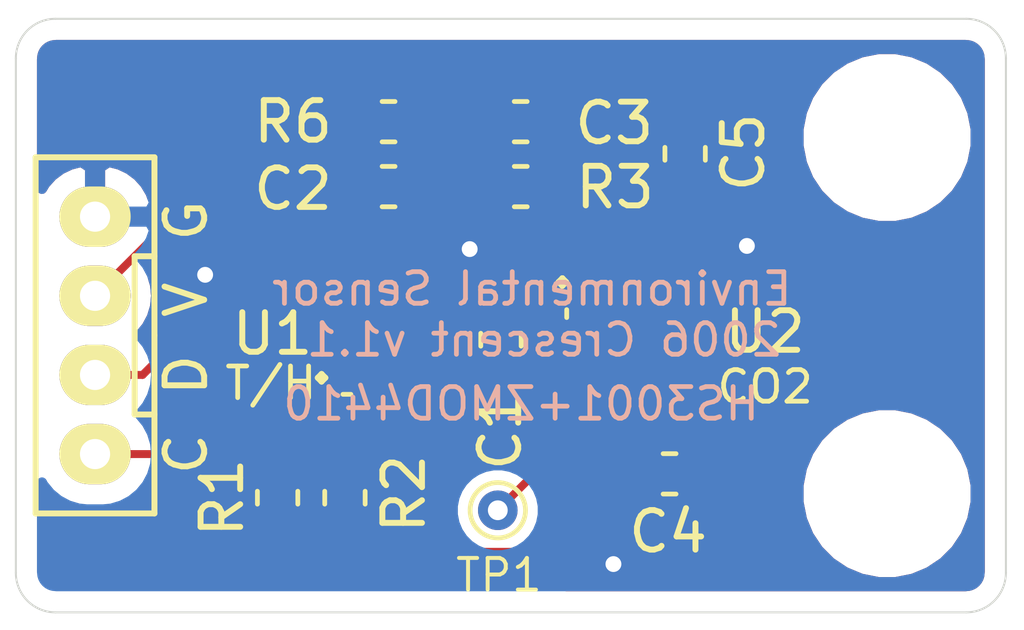
<source format=kicad_pcb>
(kicad_pcb (version 20171130) (host pcbnew "(5.1.2)-1")

  (general
    (thickness 1.6)
    (drawings 14)
    (tracks 120)
    (zones 0)
    (modules 15)
    (nets 9)
  )

  (page A4)
  (title_block
    (title "Environmental Sensor Module")
    (date 2020-06-14)
    (rev v1.0)
    (company Crescent)
  )

  (layers
    (0 F.Cu signal)
    (31 B.Cu signal)
    (32 B.Adhes user)
    (33 F.Adhes user)
    (34 B.Paste user)
    (35 F.Paste user)
    (36 B.SilkS user)
    (37 F.SilkS user)
    (38 B.Mask user)
    (39 F.Mask user)
    (40 Dwgs.User user)
    (41 Cmts.User user)
    (42 Eco1.User user)
    (43 Eco2.User user)
    (44 Edge.Cuts user)
    (45 Margin user)
    (46 B.CrtYd user)
    (47 F.CrtYd user)
    (48 B.Fab user)
    (49 F.Fab user hide)
  )

  (setup
    (last_trace_width 0.2)
    (trace_clearance 0.15)
    (zone_clearance 0.508)
    (zone_45_only no)
    (trace_min 0.2)
    (via_size 0.8)
    (via_drill 0.4)
    (via_min_size 0.4)
    (via_min_drill 0.3)
    (uvia_size 0.3)
    (uvia_drill 0.1)
    (uvias_allowed no)
    (uvia_min_size 0.2)
    (uvia_min_drill 0.1)
    (edge_width 0.05)
    (segment_width 0.2)
    (pcb_text_width 0.3)
    (pcb_text_size 1.5 1.5)
    (mod_edge_width 0.12)
    (mod_text_size 1 1)
    (mod_text_width 0.15)
    (pad_size 1.524 1.524)
    (pad_drill 0.762)
    (pad_to_mask_clearance 0.051)
    (solder_mask_min_width 0.25)
    (aux_axis_origin 0 0)
    (visible_elements 7FFFFF7F)
    (pcbplotparams
      (layerselection 0x010fc_ffffffff)
      (usegerberextensions true)
      (usegerberattributes false)
      (usegerberadvancedattributes false)
      (creategerberjobfile false)
      (excludeedgelayer true)
      (linewidth 0.100000)
      (plotframeref false)
      (viasonmask false)
      (mode 1)
      (useauxorigin false)
      (hpglpennumber 1)
      (hpglpenspeed 20)
      (hpglpendiameter 15.000000)
      (psnegative false)
      (psa4output false)
      (plotreference true)
      (plotvalue true)
      (plotinvisibletext false)
      (padsonsilk false)
      (subtractmaskfromsilk true)
      (outputformat 1)
      (mirror false)
      (drillshape 0)
      (scaleselection 1)
      (outputdirectory "GERBER/"))
  )

  (net 0 "")
  (net 1 /GND)
  (net 2 "Net-(C3-Pad1)")
  (net 3 +3V3)
  (net 4 "Net-(TP1-Pad1)")
  (net 5 /SCL)
  (net 6 /SDA)
  (net 7 "Net-(C1-Pad1)")
  (net 8 "Net-(J1-Pad3)")

  (net_class Default "これはデフォルトのネット クラスです。"
    (clearance 0.15)
    (trace_width 0.2)
    (via_dia 0.8)
    (via_drill 0.4)
    (uvia_dia 0.3)
    (uvia_drill 0.1)
    (add_net +3V3)
    (add_net /GND)
    (add_net /SCL)
    (add_net /SDA)
    (add_net "Net-(C1-Pad1)")
    (add_net "Net-(C3-Pad1)")
    (add_net "Net-(J1-Pad3)")
    (add_net "Net-(TP1-Pad1)")
  )

  (module idt_sensor:ZMOD4410 (layer F.Cu) (tedit 5EE4F422) (tstamp 5EAA2A37)
    (at 165.71 107.95 270)
    (path /5EAA04A0)
    (fp_text reference U2 (at -0.04 -3.21) (layer F.SilkS)
      (effects (font (size 1 1) (thickness 0.15)))
    )
    (fp_text value ZMOD4410 (at 0 -2.6 270) (layer F.Fab)
      (effects (font (size 1 1) (thickness 0.15)))
    )
    (fp_line (start -0.6 1.8) (end -0.4 1.8) (layer F.SilkS) (width 0.12))
    (pad 12 smd rect (at -1.3 1 180) (size 0.25 0.5) (layers F.Cu F.Paste F.Mask)
      (net 3 +3V3))
    (pad 11 smd rect (at -1.3 0 180) (size 0.25 0.5) (layers F.Cu F.Paste F.Mask)
      (net 2 "Net-(C3-Pad1)"))
    (pad 10 smd rect (at -1.3 -1 180) (size 0.25 0.5) (layers F.Cu F.Paste F.Mask)
      (net 3 +3V3))
    (pad 9 smd rect (at -0.5 -1.3 90) (size 0.25 0.5) (layers F.Cu F.Paste F.Mask)
      (net 1 /GND))
    (pad 8 smd rect (at 0 -1.3 90) (size 0.25 0.5) (layers F.Cu F.Paste F.Mask))
    (pad 7 smd rect (at 0.5 -1.3 90) (size 0.25 0.5) (layers F.Cu F.Paste F.Mask)
      (net 1 /GND))
    (pad 6 smd rect (at 1.3 -1) (size 0.25 0.5) (layers F.Cu F.Paste F.Mask)
      (net 1 /GND))
    (pad 5 smd rect (at 1.3 0) (size 0.25 0.5) (layers F.Cu F.Paste F.Mask)
      (net 3 +3V3))
    (pad 4 smd rect (at 1.3 1) (size 0.25 0.5) (layers F.Cu F.Paste F.Mask))
    (pad 3 smd rect (at 0.5 1.3 270) (size 0.25 0.5) (layers F.Cu F.Paste F.Mask)
      (net 4 "Net-(TP1-Pad1)"))
    (pad 2 smd rect (at 0 1.3 270) (size 0.25 0.5) (layers F.Cu F.Paste F.Mask)
      (net 6 /SDA))
    (pad 1 smd rect (at -0.5 1.3 270) (size 0.25 0.5) (layers F.Cu F.Paste F.Mask)
      (net 5 /SCL))
  )

  (module Resistor_SMD:R_0603_1608Metric (layer F.Cu) (tedit 5B301BBD) (tstamp 5EAA4421)
    (at 159.412 102.6)
    (descr "Resistor SMD 0603 (1608 Metric), square (rectangular) end terminal, IPC_7351 nominal, (Body size source: http://www.tortai-tech.com/upload/download/2011102023233369053.pdf), generated with kicad-footprint-generator")
    (tags resistor)
    (path /5EB71D79)
    (attr smd)
    (fp_text reference R6 (at -2.4125 0) (layer F.SilkS)
      (effects (font (size 1 1) (thickness 0.15)))
    )
    (fp_text value 10 (at 0 1.43) (layer F.Fab)
      (effects (font (size 1 1) (thickness 0.15)))
    )
    (fp_text user %R (at 0 0) (layer F.Fab)
      (effects (font (size 0.4 0.4) (thickness 0.06)))
    )
    (fp_line (start 1.48 0.73) (end -1.48 0.73) (layer F.CrtYd) (width 0.05))
    (fp_line (start 1.48 -0.73) (end 1.48 0.73) (layer F.CrtYd) (width 0.05))
    (fp_line (start -1.48 -0.73) (end 1.48 -0.73) (layer F.CrtYd) (width 0.05))
    (fp_line (start -1.48 0.73) (end -1.48 -0.73) (layer F.CrtYd) (width 0.05))
    (fp_line (start -0.162779 0.51) (end 0.162779 0.51) (layer F.SilkS) (width 0.12))
    (fp_line (start -0.162779 -0.51) (end 0.162779 -0.51) (layer F.SilkS) (width 0.12))
    (fp_line (start 0.8 0.4) (end -0.8 0.4) (layer F.Fab) (width 0.1))
    (fp_line (start 0.8 -0.4) (end 0.8 0.4) (layer F.Fab) (width 0.1))
    (fp_line (start -0.8 -0.4) (end 0.8 -0.4) (layer F.Fab) (width 0.1))
    (fp_line (start -0.8 0.4) (end -0.8 -0.4) (layer F.Fab) (width 0.1))
    (pad 2 smd roundrect (at 0.7875 0) (size 0.875 0.95) (layers F.Cu F.Paste F.Mask) (roundrect_rratio 0.25)
      (net 3 +3V3))
    (pad 1 smd roundrect (at -0.7875 0) (size 0.875 0.95) (layers F.Cu F.Paste F.Mask) (roundrect_rratio 0.25)
      (net 8 "Net-(J1-Pad3)"))
    (model ${KISYS3DMOD}/Resistor_SMD.3dshapes/R_0603_1608Metric.wrl
      (at (xyz 0 0 0))
      (scale (xyz 1 1 1))
      (rotate (xyz 0 0 0))
    )
  )

  (module Resistor_SMD:R_0603_1608Metric (layer F.Cu) (tedit 5B301BBD) (tstamp 5EAA35D2)
    (at 158.31 112.102 90)
    (descr "Resistor SMD 0603 (1608 Metric), square (rectangular) end terminal, IPC_7351 nominal, (Body size source: http://www.tortai-tech.com/upload/download/2011102023233369053.pdf), generated with kicad-footprint-generator")
    (tags resistor)
    (path /5EB40F6F)
    (attr smd)
    (fp_text reference R2 (at 0.102 1.49 90) (layer F.SilkS)
      (effects (font (size 1 1) (thickness 0.15)))
    )
    (fp_text value 4.7k (at 0 1.43 90) (layer F.Fab)
      (effects (font (size 1 1) (thickness 0.15)))
    )
    (fp_text user %R (at 0 0 90) (layer F.Fab)
      (effects (font (size 0.4 0.4) (thickness 0.06)))
    )
    (fp_line (start 1.48 0.73) (end -1.48 0.73) (layer F.CrtYd) (width 0.05))
    (fp_line (start 1.48 -0.73) (end 1.48 0.73) (layer F.CrtYd) (width 0.05))
    (fp_line (start -1.48 -0.73) (end 1.48 -0.73) (layer F.CrtYd) (width 0.05))
    (fp_line (start -1.48 0.73) (end -1.48 -0.73) (layer F.CrtYd) (width 0.05))
    (fp_line (start -0.162779 0.51) (end 0.162779 0.51) (layer F.SilkS) (width 0.12))
    (fp_line (start -0.162779 -0.51) (end 0.162779 -0.51) (layer F.SilkS) (width 0.12))
    (fp_line (start 0.8 0.4) (end -0.8 0.4) (layer F.Fab) (width 0.1))
    (fp_line (start 0.8 -0.4) (end 0.8 0.4) (layer F.Fab) (width 0.1))
    (fp_line (start -0.8 -0.4) (end 0.8 -0.4) (layer F.Fab) (width 0.1))
    (fp_line (start -0.8 0.4) (end -0.8 -0.4) (layer F.Fab) (width 0.1))
    (pad 2 smd roundrect (at 0.7875 0 90) (size 0.875 0.95) (layers F.Cu F.Paste F.Mask) (roundrect_rratio 0.25)
      (net 6 /SDA))
    (pad 1 smd roundrect (at -0.7875 0 90) (size 0.875 0.95) (layers F.Cu F.Paste F.Mask) (roundrect_rratio 0.25)
      (net 3 +3V3))
    (model ${KISYS3DMOD}/Resistor_SMD.3dshapes/R_0603_1608Metric.wrl
      (at (xyz 0 0 0))
      (scale (xyz 1 1 1))
      (rotate (xyz 0 0 0))
    )
  )

  (module Resistor_SMD:R_0603_1608Metric (layer F.Cu) (tedit 5B301BBD) (tstamp 5EAA35C1)
    (at 156.61 112.102 90)
    (descr "Resistor SMD 0603 (1608 Metric), square (rectangular) end terminal, IPC_7351 nominal, (Body size source: http://www.tortai-tech.com/upload/download/2011102023233369053.pdf), generated with kicad-footprint-generator")
    (tags resistor)
    (path /5EB40F68)
    (attr smd)
    (fp_text reference R1 (at 0.002 -1.4 90) (layer F.SilkS)
      (effects (font (size 1 1) (thickness 0.15)))
    )
    (fp_text value 4.7k (at 0 1.43 90) (layer F.Fab)
      (effects (font (size 1 1) (thickness 0.15)))
    )
    (fp_text user %R (at 0 0 90) (layer F.Fab)
      (effects (font (size 0.4 0.4) (thickness 0.06)))
    )
    (fp_line (start 1.48 0.73) (end -1.48 0.73) (layer F.CrtYd) (width 0.05))
    (fp_line (start 1.48 -0.73) (end 1.48 0.73) (layer F.CrtYd) (width 0.05))
    (fp_line (start -1.48 -0.73) (end 1.48 -0.73) (layer F.CrtYd) (width 0.05))
    (fp_line (start -1.48 0.73) (end -1.48 -0.73) (layer F.CrtYd) (width 0.05))
    (fp_line (start -0.162779 0.51) (end 0.162779 0.51) (layer F.SilkS) (width 0.12))
    (fp_line (start -0.162779 -0.51) (end 0.162779 -0.51) (layer F.SilkS) (width 0.12))
    (fp_line (start 0.8 0.4) (end -0.8 0.4) (layer F.Fab) (width 0.1))
    (fp_line (start 0.8 -0.4) (end 0.8 0.4) (layer F.Fab) (width 0.1))
    (fp_line (start -0.8 -0.4) (end 0.8 -0.4) (layer F.Fab) (width 0.1))
    (fp_line (start -0.8 0.4) (end -0.8 -0.4) (layer F.Fab) (width 0.1))
    (pad 2 smd roundrect (at 0.7875 0 90) (size 0.875 0.95) (layers F.Cu F.Paste F.Mask) (roundrect_rratio 0.25)
      (net 5 /SCL))
    (pad 1 smd roundrect (at -0.7875 0 90) (size 0.875 0.95) (layers F.Cu F.Paste F.Mask) (roundrect_rratio 0.25)
      (net 3 +3V3))
    (model ${KISYS3DMOD}/Resistor_SMD.3dshapes/R_0603_1608Metric.wrl
      (at (xyz 0 0 0))
      (scale (xyz 1 1 1))
      (rotate (xyz 0 0 0))
    )
  )

  (module MountingHole:MountingHole_3.2mm_M3 locked (layer F.Cu) (tedit 5EAA28B0) (tstamp 5EAA2CAA)
    (at 172 112)
    (descr "Mounting Hole 3.2mm, no annular, M3")
    (tags "mounting hole 3.2mm no annular m3")
    (attr virtual)
    (fp_text reference REF2 (at 6 0) (layer F.SilkS) hide
      (effects (font (size 1 1) (thickness 0.15)))
    )
    (fp_text value MountingHole_3.2mm_M3 (at 0 4.2) (layer F.Fab)
      (effects (font (size 1 1) (thickness 0.15)))
    )
    (fp_text user %R (at 0.3 0) (layer F.Fab)
      (effects (font (size 1 1) (thickness 0.15)))
    )
    (fp_circle (center 0 0) (end 3.2 0) (layer Cmts.User) (width 0.15))
    (fp_circle (center 0 0) (end 3.45 0) (layer F.CrtYd) (width 0.05))
    (pad "" np_thru_hole circle (at 0 0) (size 3.2 3.2) (drill 3.2) (layers *.Cu))
  )

  (module MountingHole:MountingHole_3.2mm_M3 locked (layer F.Cu) (tedit 5EAA2895) (tstamp 5EAA2CA1)
    (at 172 103)
    (descr "Mounting Hole 3.2mm, no annular, M3")
    (tags "mounting hole 3.2mm no annular m3")
    (attr virtual)
    (fp_text reference REF1 (at 6 0) (layer F.SilkS) hide
      (effects (font (size 1 1) (thickness 0.15)))
    )
    (fp_text value MountingHole_3.2mm_M3 (at 0 4.2) (layer F.Fab)
      (effects (font (size 1 1) (thickness 0.15)))
    )
    (fp_circle (center 0 0) (end 3.45 0) (layer F.CrtYd) (width 0.05))
    (fp_circle (center 0 0) (end 3.2 0) (layer Cmts.User) (width 0.15))
    (fp_text user %R (at 0.3 0) (layer F.Fab)
      (effects (font (size 1 1) (thickness 0.15)))
    )
    (pad "" np_thru_hole circle (at 0 0) (size 3.2 3.2) (drill 3.2) (layers *.Cu))
  )

  (module idt_sensor:HS300X (layer F.Cu) (tedit 5EA9905F) (tstamp 5EAA2A26)
    (at 159.36 107.99)
    (path /5EAA029A)
    (fp_text reference U1 (at -2.88 -0.03 180) (layer F.SilkS)
      (effects (font (size 1 1) (thickness 0.15)))
    )
    (fp_text value HS300X (at 0 -1.9) (layer F.Fab)
      (effects (font (size 1 1) (thickness 0.15)))
    )
    (fp_line (start -1.1 1.5) (end -0.9 1.5) (layer F.SilkS) (width 0.12))
    (pad 6 smd rect (at -1 -1.05) (size 0.25 0.5) (layers F.Cu F.Paste F.Mask)
      (net 1 /GND))
    (pad 5 smd rect (at 0 -1.05) (size 0.25 0.5) (layers F.Cu F.Paste F.Mask))
    (pad 4 smd rect (at 1 -1.05) (size 0.25 0.5) (layers F.Cu F.Paste F.Mask)
      (net 3 +3V3))
    (pad 3 smd rect (at 1 1.05) (size 0.25 0.5) (layers F.Cu F.Paste F.Mask)
      (net 7 "Net-(C1-Pad1)"))
    (pad 2 smd rect (at 0 1.05) (size 0.25 0.5) (layers F.Cu F.Paste F.Mask)
      (net 6 /SDA))
    (pad 1 smd rect (at -1 1.05) (size 0.25 0.5) (layers F.Cu F.Paste F.Mask)
      (net 5 /SCL))
  )

  (module TestPoint:TestPoint_THTPad_D1.0mm_Drill0.5mm (layer F.Cu) (tedit 5A0F774F) (tstamp 5EAA29E1)
    (at 162.17 112.42)
    (descr "THT pad as test Point, diameter 1.0mm, hole diameter 0.5mm")
    (tags "test point THT pad")
    (path /5EAFA78C)
    (attr virtual)
    (fp_text reference TP1 (at 0.03 1.64) (layer F.SilkS)
      (effects (font (size 0.8 0.8) (thickness 0.1)))
    )
    (fp_text value TestPoint (at 0 1.55) (layer F.Fab)
      (effects (font (size 1 1) (thickness 0.15)))
    )
    (fp_circle (center 0 0) (end 0 0.7) (layer F.SilkS) (width 0.12))
    (fp_circle (center 0 0) (end 1 0) (layer F.CrtYd) (width 0.05))
    (fp_text user %R (at 0 -1.45) (layer F.Fab)
      (effects (font (size 1 1) (thickness 0.15)))
    )
    (pad 1 thru_hole circle (at 0 0) (size 1 1) (drill 0.5) (layers *.Cu *.Mask)
      (net 4 "Net-(TP1-Pad1)"))
  )

  (module Resistor_SMD:R_0603_1608Metric (layer F.Cu) (tedit 5EDE340D) (tstamp 5EAA29B7)
    (at 162.75 104.24)
    (descr "Resistor SMD 0603 (1608 Metric), square (rectangular) end terminal, IPC_7351 nominal, (Body size source: http://www.tortai-tech.com/upload/download/2011102023233369053.pdf), generated with kicad-footprint-generator")
    (tags resistor)
    (path /5EAE4E42)
    (attr smd)
    (fp_text reference R3 (at 2.38 0.02) (layer F.SilkS)
      (effects (font (size 1 1) (thickness 0.15)))
    )
    (fp_text value 200k (at 0 1.43) (layer F.Fab)
      (effects (font (size 1 1) (thickness 0.15)))
    )
    (fp_text user %R (at 0 0) (layer F.Fab)
      (effects (font (size 0.4 0.4) (thickness 0.06)))
    )
    (fp_line (start 1.48 0.73) (end -1.48 0.73) (layer F.CrtYd) (width 0.05))
    (fp_line (start 1.48 -0.73) (end 1.48 0.73) (layer F.CrtYd) (width 0.05))
    (fp_line (start -1.48 -0.73) (end 1.48 -0.73) (layer F.CrtYd) (width 0.05))
    (fp_line (start -1.48 0.73) (end -1.48 -0.73) (layer F.CrtYd) (width 0.05))
    (fp_line (start -0.162779 0.51) (end 0.162779 0.51) (layer F.SilkS) (width 0.12))
    (fp_line (start -0.162779 -0.51) (end 0.162779 -0.51) (layer F.SilkS) (width 0.12))
    (fp_line (start 0.8 0.4) (end -0.8 0.4) (layer F.Fab) (width 0.1))
    (fp_line (start 0.8 -0.4) (end 0.8 0.4) (layer F.Fab) (width 0.1))
    (fp_line (start -0.8 -0.4) (end 0.8 -0.4) (layer F.Fab) (width 0.1))
    (fp_line (start -0.8 0.4) (end -0.8 -0.4) (layer F.Fab) (width 0.1))
    (pad 2 smd roundrect (at 0.7875 0) (size 0.875 0.95) (layers F.Cu F.Paste F.Mask) (roundrect_rratio 0.25)
      (net 2 "Net-(C3-Pad1)"))
    (pad 1 smd roundrect (at -0.7875 0) (size 0.875 0.95) (layers F.Cu F.Paste F.Mask) (roundrect_rratio 0.25)
      (net 3 +3V3))
    (model ${KISYS3DMOD}/Resistor_SMD.3dshapes/R_0603_1608Metric.wrl
      (at (xyz 0 0 0))
      (scale (xyz 1 1 1))
      (rotate (xyz 0 0 0))
    )
  )

  (module GroveCon:GROVE (layer F.Cu) (tedit 5A912222) (tstamp 5EAA2973)
    (at 152 111 90)
    (path /5EAA195D)
    (fp_text reference J1 (at -2.5 0 90) (layer F.SilkS) hide
      (effects (font (size 1 1) (thickness 0.15)))
    )
    (fp_text value Conn_01x04 (at 0.5 -3 90) (layer F.Fab)
      (effects (font (size 1 1) (thickness 0.15)))
    )
    (fp_line (start 7.5 1.5) (end 3 1.5) (layer F.SilkS) (width 0.15))
    (fp_line (start 7.5 -1.5) (end 7.5 1.5) (layer F.SilkS) (width 0.15))
    (fp_line (start -1.5 -1.5) (end 7.5 -1.5) (layer F.SilkS) (width 0.15))
    (fp_line (start -1.5 1.5) (end -1.5 -1.5) (layer F.SilkS) (width 0.15))
    (fp_line (start 3 1.5) (end -1.5 1.5) (layer F.SilkS) (width 0.15))
    (fp_line (start 1 1) (end 1 1.5) (layer F.SilkS) (width 0.15))
    (fp_line (start 5 1) (end 1 1) (layer F.SilkS) (width 0.15))
    (fp_line (start 5 1.5) (end 5 1) (layer F.SilkS) (width 0.15))
    (fp_text user G (at 5.9 2.3 90) (layer F.SilkS)
      (effects (font (size 1 1) (thickness 0.15)))
    )
    (fp_text user V (at 3.9 2.3 90) (layer F.SilkS)
      (effects (font (size 1 1) (thickness 0.15)))
    )
    (fp_text user D (at 2 2.3 90) (layer F.SilkS)
      (effects (font (size 1 1) (thickness 0.15)))
    )
    (fp_text user C (at 0 2.3 90) (layer F.SilkS)
      (effects (font (size 1 1) (thickness 0.15)))
    )
    (pad 4 thru_hole oval (at 6 0 90) (size 1.524 1.8) (drill 0.762) (layers *.Cu *.Paste *.Mask F.SilkS)
      (net 1 /GND))
    (pad 3 thru_hole oval (at 4 0 90) (size 1.524 1.8) (drill 0.762) (layers *.Cu *.Paste *.Mask F.SilkS)
      (net 8 "Net-(J1-Pad3)"))
    (pad 2 thru_hole oval (at 2 0 90) (size 1.524 1.8) (drill 0.762) (layers *.Cu *.Paste *.Mask F.SilkS)
      (net 6 /SDA))
    (pad 1 thru_hole oval (at 0 0 90) (size 1.524 1.8) (drill 0.762) (layers *.Cu *.Paste *.Mask F.SilkS)
      (net 5 /SCL))
  )

  (module Capacitor_SMD:C_0603_1608Metric (layer F.Cu) (tedit 5B301BBE) (tstamp 5EAA294E)
    (at 166.9 103.412 90)
    (descr "Capacitor SMD 0603 (1608 Metric), square (rectangular) end terminal, IPC_7351 nominal, (Body size source: http://www.tortai-tech.com/upload/download/2011102023233369053.pdf), generated with kicad-footprint-generator")
    (tags capacitor)
    (path /5EAE1F09)
    (attr smd)
    (fp_text reference C5 (at 0.0375 1.47 90) (layer F.SilkS)
      (effects (font (size 1 1) (thickness 0.15)))
    )
    (fp_text value 0.1u (at 0 1.43 90) (layer F.Fab)
      (effects (font (size 1 1) (thickness 0.15)))
    )
    (fp_text user %R (at 0 0 90) (layer F.Fab)
      (effects (font (size 0.4 0.4) (thickness 0.06)))
    )
    (fp_line (start 1.48 0.73) (end -1.48 0.73) (layer F.CrtYd) (width 0.05))
    (fp_line (start 1.48 -0.73) (end 1.48 0.73) (layer F.CrtYd) (width 0.05))
    (fp_line (start -1.48 -0.73) (end 1.48 -0.73) (layer F.CrtYd) (width 0.05))
    (fp_line (start -1.48 0.73) (end -1.48 -0.73) (layer F.CrtYd) (width 0.05))
    (fp_line (start -0.162779 0.51) (end 0.162779 0.51) (layer F.SilkS) (width 0.12))
    (fp_line (start -0.162779 -0.51) (end 0.162779 -0.51) (layer F.SilkS) (width 0.12))
    (fp_line (start 0.8 0.4) (end -0.8 0.4) (layer F.Fab) (width 0.1))
    (fp_line (start 0.8 -0.4) (end 0.8 0.4) (layer F.Fab) (width 0.1))
    (fp_line (start -0.8 -0.4) (end 0.8 -0.4) (layer F.Fab) (width 0.1))
    (fp_line (start -0.8 0.4) (end -0.8 -0.4) (layer F.Fab) (width 0.1))
    (pad 2 smd roundrect (at 0.7875 0 90) (size 0.875 0.95) (layers F.Cu F.Paste F.Mask) (roundrect_rratio 0.25)
      (net 1 /GND))
    (pad 1 smd roundrect (at -0.7875 0 90) (size 0.875 0.95) (layers F.Cu F.Paste F.Mask) (roundrect_rratio 0.25)
      (net 3 +3V3))
    (model ${KISYS3DMOD}/Capacitor_SMD.3dshapes/C_0603_1608Metric.wrl
      (at (xyz 0 0 0))
      (scale (xyz 1 1 1))
      (rotate (xyz 0 0 0))
    )
  )

  (module Capacitor_SMD:C_0603_1608Metric (layer F.Cu) (tedit 5B301BBE) (tstamp 5EAA293D)
    (at 166.508 111.5)
    (descr "Capacitor SMD 0603 (1608 Metric), square (rectangular) end terminal, IPC_7351 nominal, (Body size source: http://www.tortai-tech.com/upload/download/2011102023233369053.pdf), generated with kicad-footprint-generator")
    (tags capacitor)
    (path /5EADE6A2)
    (attr smd)
    (fp_text reference C4 (at -0.0375 1.46) (layer F.SilkS)
      (effects (font (size 1 1) (thickness 0.15)))
    )
    (fp_text value 0.1u (at 0 1.43) (layer F.Fab)
      (effects (font (size 1 1) (thickness 0.15)))
    )
    (fp_text user %R (at 0 0) (layer F.Fab)
      (effects (font (size 0.4 0.4) (thickness 0.06)))
    )
    (fp_line (start 1.48 0.73) (end -1.48 0.73) (layer F.CrtYd) (width 0.05))
    (fp_line (start 1.48 -0.73) (end 1.48 0.73) (layer F.CrtYd) (width 0.05))
    (fp_line (start -1.48 -0.73) (end 1.48 -0.73) (layer F.CrtYd) (width 0.05))
    (fp_line (start -1.48 0.73) (end -1.48 -0.73) (layer F.CrtYd) (width 0.05))
    (fp_line (start -0.162779 0.51) (end 0.162779 0.51) (layer F.SilkS) (width 0.12))
    (fp_line (start -0.162779 -0.51) (end 0.162779 -0.51) (layer F.SilkS) (width 0.12))
    (fp_line (start 0.8 0.4) (end -0.8 0.4) (layer F.Fab) (width 0.1))
    (fp_line (start 0.8 -0.4) (end 0.8 0.4) (layer F.Fab) (width 0.1))
    (fp_line (start -0.8 -0.4) (end 0.8 -0.4) (layer F.Fab) (width 0.1))
    (fp_line (start -0.8 0.4) (end -0.8 -0.4) (layer F.Fab) (width 0.1))
    (pad 2 smd roundrect (at 0.7875 0) (size 0.875 0.95) (layers F.Cu F.Paste F.Mask) (roundrect_rratio 0.25)
      (net 1 /GND))
    (pad 1 smd roundrect (at -0.7875 0) (size 0.875 0.95) (layers F.Cu F.Paste F.Mask) (roundrect_rratio 0.25)
      (net 3 +3V3))
    (model ${KISYS3DMOD}/Capacitor_SMD.3dshapes/C_0603_1608Metric.wrl
      (at (xyz 0 0 0))
      (scale (xyz 1 1 1))
      (rotate (xyz 0 0 0))
    )
  )

  (module Capacitor_SMD:C_0603_1608Metric (layer F.Cu) (tedit 5EDE340A) (tstamp 5EAA292C)
    (at 162.748 102.6 180)
    (descr "Capacitor SMD 0603 (1608 Metric), square (rectangular) end terminal, IPC_7351 nominal, (Body size source: http://www.tortai-tech.com/upload/download/2011102023233369053.pdf), generated with kicad-footprint-generator")
    (tags capacitor)
    (path /5EAE6414)
    (attr smd)
    (fp_text reference C3 (at -2.362 -0.04) (layer F.SilkS)
      (effects (font (size 1 1) (thickness 0.15)))
    )
    (fp_text value 0.1u (at 0 1.43) (layer F.Fab)
      (effects (font (size 1 1) (thickness 0.15)))
    )
    (fp_text user %R (at 0 0) (layer F.Fab)
      (effects (font (size 0.4 0.4) (thickness 0.06)))
    )
    (fp_line (start 1.48 0.73) (end -1.48 0.73) (layer F.CrtYd) (width 0.05))
    (fp_line (start 1.48 -0.73) (end 1.48 0.73) (layer F.CrtYd) (width 0.05))
    (fp_line (start -1.48 -0.73) (end 1.48 -0.73) (layer F.CrtYd) (width 0.05))
    (fp_line (start -1.48 0.73) (end -1.48 -0.73) (layer F.CrtYd) (width 0.05))
    (fp_line (start -0.162779 0.51) (end 0.162779 0.51) (layer F.SilkS) (width 0.12))
    (fp_line (start -0.162779 -0.51) (end 0.162779 -0.51) (layer F.SilkS) (width 0.12))
    (fp_line (start 0.8 0.4) (end -0.8 0.4) (layer F.Fab) (width 0.1))
    (fp_line (start 0.8 -0.4) (end 0.8 0.4) (layer F.Fab) (width 0.1))
    (fp_line (start -0.8 -0.4) (end 0.8 -0.4) (layer F.Fab) (width 0.1))
    (fp_line (start -0.8 0.4) (end -0.8 -0.4) (layer F.Fab) (width 0.1))
    (pad 2 smd roundrect (at 0.7875 0 180) (size 0.875 0.95) (layers F.Cu F.Paste F.Mask) (roundrect_rratio 0.25)
      (net 1 /GND))
    (pad 1 smd roundrect (at -0.7875 0 180) (size 0.875 0.95) (layers F.Cu F.Paste F.Mask) (roundrect_rratio 0.25)
      (net 2 "Net-(C3-Pad1)"))
    (model ${KISYS3DMOD}/Capacitor_SMD.3dshapes/C_0603_1608Metric.wrl
      (at (xyz 0 0 0))
      (scale (xyz 1 1 1))
      (rotate (xyz 0 0 0))
    )
  )

  (module Capacitor_SMD:C_0603_1608Metric (layer F.Cu) (tedit 5B301BBE) (tstamp 5EDE1E88)
    (at 159.412 104.24 180)
    (descr "Capacitor SMD 0603 (1608 Metric), square (rectangular) end terminal, IPC_7351 nominal, (Body size source: http://www.tortai-tech.com/upload/download/2011102023233369053.pdf), generated with kicad-footprint-generator")
    (tags capacitor)
    (path /5EACCB90)
    (attr smd)
    (fp_text reference C2 (at 2.4125 -0.06) (layer F.SilkS)
      (effects (font (size 1 1) (thickness 0.15)))
    )
    (fp_text value 0.1u (at 0 1.43) (layer F.Fab)
      (effects (font (size 1 1) (thickness 0.15)))
    )
    (fp_text user %R (at 0 0) (layer F.Fab)
      (effects (font (size 0.4 0.4) (thickness 0.06)))
    )
    (fp_line (start 1.48 0.73) (end -1.48 0.73) (layer F.CrtYd) (width 0.05))
    (fp_line (start 1.48 -0.73) (end 1.48 0.73) (layer F.CrtYd) (width 0.05))
    (fp_line (start -1.48 -0.73) (end 1.48 -0.73) (layer F.CrtYd) (width 0.05))
    (fp_line (start -1.48 0.73) (end -1.48 -0.73) (layer F.CrtYd) (width 0.05))
    (fp_line (start -0.162779 0.51) (end 0.162779 0.51) (layer F.SilkS) (width 0.12))
    (fp_line (start -0.162779 -0.51) (end 0.162779 -0.51) (layer F.SilkS) (width 0.12))
    (fp_line (start 0.8 0.4) (end -0.8 0.4) (layer F.Fab) (width 0.1))
    (fp_line (start 0.8 -0.4) (end 0.8 0.4) (layer F.Fab) (width 0.1))
    (fp_line (start -0.8 -0.4) (end 0.8 -0.4) (layer F.Fab) (width 0.1))
    (fp_line (start -0.8 0.4) (end -0.8 -0.4) (layer F.Fab) (width 0.1))
    (pad 2 smd roundrect (at 0.7875 0 180) (size 0.875 0.95) (layers F.Cu F.Paste F.Mask) (roundrect_rratio 0.25)
      (net 1 /GND))
    (pad 1 smd roundrect (at -0.7875 0 180) (size 0.875 0.95) (layers F.Cu F.Paste F.Mask) (roundrect_rratio 0.25)
      (net 3 +3V3))
    (model ${KISYS3DMOD}/Capacitor_SMD.3dshapes/C_0603_1608Metric.wrl
      (at (xyz 0 0 0))
      (scale (xyz 1 1 1))
      (rotate (xyz 0 0 0))
    )
  )

  (module Capacitor_SMD:C_0603_1608Metric (layer F.Cu) (tedit 5B301BBE) (tstamp 5EDE1EB8)
    (at 162.25 108.11 90)
    (descr "Capacitor SMD 0603 (1608 Metric), square (rectangular) end terminal, IPC_7351 nominal, (Body size source: http://www.tortai-tech.com/upload/download/2011102023233369053.pdf), generated with kicad-footprint-generator")
    (tags capacitor)
    (path /5EACA05C)
    (attr smd)
    (fp_text reference C1 (at -2.31 -0.02 90) (layer F.SilkS)
      (effects (font (size 1 1) (thickness 0.15)))
    )
    (fp_text value 0.1u (at 0 1.43 90) (layer F.Fab)
      (effects (font (size 1 1) (thickness 0.15)))
    )
    (fp_text user %R (at 0 0 90) (layer F.Fab)
      (effects (font (size 0.4 0.4) (thickness 0.06)))
    )
    (fp_line (start 1.48 0.73) (end -1.48 0.73) (layer F.CrtYd) (width 0.05))
    (fp_line (start 1.48 -0.73) (end 1.48 0.73) (layer F.CrtYd) (width 0.05))
    (fp_line (start -1.48 -0.73) (end 1.48 -0.73) (layer F.CrtYd) (width 0.05))
    (fp_line (start -1.48 0.73) (end -1.48 -0.73) (layer F.CrtYd) (width 0.05))
    (fp_line (start -0.162779 0.51) (end 0.162779 0.51) (layer F.SilkS) (width 0.12))
    (fp_line (start -0.162779 -0.51) (end 0.162779 -0.51) (layer F.SilkS) (width 0.12))
    (fp_line (start 0.8 0.4) (end -0.8 0.4) (layer F.Fab) (width 0.1))
    (fp_line (start 0.8 -0.4) (end 0.8 0.4) (layer F.Fab) (width 0.1))
    (fp_line (start -0.8 -0.4) (end 0.8 -0.4) (layer F.Fab) (width 0.1))
    (fp_line (start -0.8 0.4) (end -0.8 -0.4) (layer F.Fab) (width 0.1))
    (pad 2 smd roundrect (at 0.7875 0 90) (size 0.875 0.95) (layers F.Cu F.Paste F.Mask) (roundrect_rratio 0.25)
      (net 1 /GND))
    (pad 1 smd roundrect (at -0.7875 0 90) (size 0.875 0.95) (layers F.Cu F.Paste F.Mask) (roundrect_rratio 0.25)
      (net 7 "Net-(C1-Pad1)"))
    (model ${KISYS3DMOD}/Capacitor_SMD.3dshapes/C_0603_1608Metric.wrl
      (at (xyz 0 0 0))
      (scale (xyz 1 1 1))
      (rotate (xyz 0 0 0))
    )
  )

  (gr_text T/H (at 156.44 109.21) (layer F.SilkS) (tstamp 5EDE2A6F)
    (effects (font (size 0.8 0.8) (thickness 0.12)))
  )
  (gr_text CO2 (at 168.92 109.3) (layer F.SilkS)
    (effects (font (size 0.8 0.8) (thickness 0.12)))
  )
  (gr_text HS3001+ZMOD4410 (at 162.76 109.73) (layer B.SilkS) (tstamp 5EAA5898)
    (effects (font (size 0.8 0.8) (thickness 0.12)) (justify mirror))
  )
  (gr_text . (at 157.72 108.25) (layer F.SilkS) (tstamp 5EDE1E76)
    (effects (font (size 2 2) (thickness 0.15)))
  )
  (gr_text . (at 163.8 105.83) (layer F.SilkS)
    (effects (font (size 2 2) (thickness 0.15)))
  )
  (gr_text "Environmental Sensor\n2006 Crescent v1.1 " (at 163.03 107.47) (layer B.SilkS)
    (effects (font (size 0.8 0.8) (thickness 0.12)) (justify mirror))
  )
  (gr_line (start 174 115) (end 151 115) (layer Edge.Cuts) (width 0.05) (tstamp 5EAA504A))
  (gr_line (start 175 101) (end 175 114) (layer Edge.Cuts) (width 0.05) (tstamp 5EAA5049))
  (gr_line (start 151 100) (end 174 100) (layer Edge.Cuts) (width 0.05) (tstamp 5EAA5048))
  (gr_line (start 150 114) (end 150 101) (layer Edge.Cuts) (width 0.05) (tstamp 5EAA5047))
  (gr_arc (start 174 101) (end 175 101) (angle -90) (layer Edge.Cuts) (width 0.05))
  (gr_arc (start 174 114) (end 174 115) (angle -90) (layer Edge.Cuts) (width 0.05))
  (gr_arc (start 151 114) (end 150 114) (angle -90) (layer Edge.Cuts) (width 0.05))
  (gr_arc (start 151 101) (end 151 100) (angle -90) (layer Edge.Cuts) (width 0.05))

  (segment (start 159.3643 102.1254) (end 159.3643 103.5002) (width 0.2) (layer F.Cu) (net 1))
  (segment (start 159.3643 103.5002) (end 158.6245 104.24) (width 0.2) (layer F.Cu) (net 1))
  (segment (start 158.36 106.3897) (end 158.36 104.5045) (width 0.2) (layer F.Cu) (net 1))
  (segment (start 158.36 104.5045) (end 158.6245 104.24) (width 0.2) (layer F.Cu) (net 1))
  (segment (start 158.36 106.94) (end 158.36 106.3897) (width 0.2) (layer F.Cu) (net 1))
  (segment (start 166.71 109.5) (end 166.71 110.0503) (width 0.2) (layer F.Cu) (net 1))
  (segment (start 166.71 110.0503) (end 167.2955 110.6358) (width 0.2) (layer F.Cu) (net 1))
  (segment (start 167.2955 110.6358) (end 167.2955 111.5) (width 0.2) (layer F.Cu) (net 1))
  (segment (start 167.01 107.45) (end 167.5603 107.45) (width 0.2) (layer F.Cu) (net 1))
  (segment (start 166.71 109.5) (end 166.71 109.16) (width 0.2) (layer F.Cu) (net 1))
  (segment (start 161.8925 107.68) (end 162.25 107.3225) (width 0.2) (layer F.Cu) (net 1))
  (segment (start 158.36 106.94) (end 158.36 107.68) (width 0.2) (layer F.Cu) (net 1))
  (segment (start 158.36 107.68) (end 161.8925 107.68) (width 0.2) (layer F.Cu) (net 1))
  (segment (start 167.475 102.6245) (end 167.4895 102.61) (width 0.2) (layer F.Cu) (net 1))
  (segment (start 166.9 102.6245) (end 167.475 102.6245) (width 0.2) (layer F.Cu) (net 1))
  (segment (start 167.4895 102.61) (end 168.55 102.61) (width 0.2) (layer F.Cu) (net 1))
  (via (at 168.46 105.74) (size 0.8) (drill 0.4) (layers F.Cu B.Cu) (net 1))
  (segment (start 168.55 102.61) (end 168.46 102.7) (width 0.2) (layer F.Cu) (net 1))
  (segment (start 168.46 102.7) (end 168.46 105.74) (width 0.2) (layer F.Cu) (net 1))
  (segment (start 158.6245 104.24) (end 156.48 104.24) (width 0.2) (layer F.Cu) (net 1) (status 400000))
  (via (at 154.78 106.47) (size 0.8) (drill 0.4) (layers F.Cu B.Cu) (net 1))
  (segment (start 154.78 105.94) (end 154.78 106.47) (width 0.2) (layer F.Cu) (net 1) (tstamp 5EDE3364))
  (segment (start 156.48 104.24) (end 154.78 105.94) (width 0.2) (layer F.Cu) (net 1) (tstamp 5EDE3361))
  (segment (start 167.2955 111.5) (end 167.2955 113.6455) (width 0.2) (layer F.Cu) (net 1) (status 400000))
  (via (at 165.09 113.78) (size 0.8) (drill 0.4) (layers F.Cu B.Cu) (net 1))
  (segment (start 167.161 113.78) (end 165.09 113.78) (width 0.2) (layer F.Cu) (net 1) (tstamp 5EDE336D))
  (segment (start 167.2955 113.6455) (end 167.161 113.78) (width 0.2) (layer F.Cu) (net 1) (tstamp 5EDE336C))
  (segment (start 162.25 107.3225) (end 162.25 105.76) (width 0.2) (layer F.Cu) (net 1) (status 400000))
  (segment (start 161.46 105.82) (end 161.47 105.82) (width 0.2) (layer B.Cu) (net 1) (tstamp 5EDE3382))
  (via (at 161.46 105.82) (size 0.8) (drill 0.4) (layers F.Cu B.Cu) (net 1))
  (segment (start 162.19 105.82) (end 161.46 105.82) (width 0.2) (layer F.Cu) (net 1) (tstamp 5EDE337E))
  (segment (start 162.25 105.76) (end 162.19 105.82) (width 0.2) (layer F.Cu) (net 1) (tstamp 5EDE337D))
  (segment (start 167.53 108.45) (end 167.01 108.45) (width 0.2) (layer F.Cu) (net 1))
  (segment (start 167.53 108.45) (end 168.5 108.45) (width 0.2) (layer F.Cu) (net 1))
  (segment (start 168.5 108.45) (end 168.25 108.7) (width 0.2) (layer F.Cu) (net 1))
  (segment (start 168.25 108.7) (end 168.25 109.23) (width 0.2) (layer F.Cu) (net 1))
  (segment (start 168.23 109.25) (end 166.71 109.25) (width 0.2) (layer F.Cu) (net 1))
  (segment (start 168.25 109.23) (end 168.23 109.25) (width 0.2) (layer F.Cu) (net 1))
  (segment (start 167.9 108.45) (end 167.53 108.45) (width 0.2) (layer F.Cu) (net 1))
  (segment (start 168.695 107.655) (end 167.9 108.45) (width 0.2) (layer F.Cu) (net 1))
  (segment (start 167.5603 107.45) (end 168.49 107.45) (width 0.2) (layer F.Cu) (net 1))
  (segment (start 168.49 107.45) (end 168.695 107.655) (width 0.2) (layer F.Cu) (net 1))
  (segment (start 159.3643 101.8543) (end 159.3643 102.1254) (width 0.2) (layer F.Cu) (net 1))
  (segment (start 159.21 101.7) (end 159.3643 101.8543) (width 0.2) (layer F.Cu) (net 1))
  (segment (start 154.2377 101.7) (end 159.21 101.7) (width 0.2) (layer F.Cu) (net 1))
  (segment (start 152 105) (end 152 103.9377) (width 0.2) (layer F.Cu) (net 1))
  (segment (start 152 103.9377) (end 154.2377 101.7) (width 0.2) (layer F.Cu) (net 1))
  (segment (start 159.3643 101.8557) (end 159.3643 102.1254) (width 0.2) (layer F.Cu) (net 1))
  (segment (start 159.52 101.7) (end 159.3643 101.8557) (width 0.2) (layer F.Cu) (net 1))
  (segment (start 161.9605 102.6) (end 161.9605 101.7) (width 0.2) (layer F.Cu) (net 1))
  (segment (start 161.9605 101.7) (end 159.52 101.7) (width 0.2) (layer F.Cu) (net 1))
  (segment (start 161.9705 101.69) (end 161.9605 101.7) (width 0.2) (layer F.Cu) (net 1))
  (segment (start 166.9 102.6245) (end 166.9 101.69) (width 0.2) (layer F.Cu) (net 1))
  (segment (start 166.9 101.69) (end 161.9705 101.69) (width 0.2) (layer F.Cu) (net 1))
  (segment (start 167.87 102.6245) (end 166.9 102.6245) (width 0.2) (layer F.Cu) (net 1))
  (segment (start 167.5603 107.45) (end 167.87 107.45) (width 0.2) (layer F.Cu) (net 1))
  (segment (start 167.87 107.45) (end 167.87 102.6245) (width 0.2) (layer F.Cu) (net 1))
  (segment (start 165.71 106.4) (end 165.71 105.8497) (width 0.2) (layer F.Cu) (net 2))
  (segment (start 165.71 105.8497) (end 164.1003 104.24) (width 0.2) (layer F.Cu) (net 2))
  (segment (start 164.1003 104.24) (end 163.5375 104.24) (width 0.2) (layer F.Cu) (net 2))
  (segment (start 163.5375 104.24) (end 163.5375 102.602) (width 0.2) (layer F.Cu) (net 2))
  (segment (start 163.5375 102.602) (end 163.5355 102.6) (width 0.2) (layer F.Cu) (net 2))
  (segment (start 160.1995 102.6) (end 160.1995 104.24) (width 0.2) (layer F.Cu) (net 3))
  (segment (start 160.36 104.4005) (end 160.1995 104.24) (width 0.2) (layer F.Cu) (net 3))
  (segment (start 160.36 104.4005) (end 161.802 104.4005) (width 0.2) (layer F.Cu) (net 3))
  (segment (start 161.802 104.4005) (end 161.9625 104.24) (width 0.2) (layer F.Cu) (net 3))
  (segment (start 165.71 111.4895) (end 165.7205 111.5) (width 0.2) (layer F.Cu) (net 3))
  (segment (start 160.36 106.94) (end 160.36 104.4005) (width 0.2) (layer F.Cu) (net 3))
  (segment (start 156.61 112.8895) (end 158.31 112.8895) (width 0.2) (layer F.Cu) (net 3))
  (segment (start 163.2395 113.96) (end 165.71 111.4895) (width 0.2) (layer F.Cu) (net 3))
  (segment (start 158.31 112.8895) (end 159.3805 113.96) (width 0.2) (layer F.Cu) (net 3))
  (segment (start 159.3805 113.96) (end 163.2395 113.96) (width 0.2) (layer F.Cu) (net 3))
  (segment (start 166.9 104.1995) (end 166.71 104.3895) (width 0.2) (layer F.Cu) (net 3))
  (segment (start 165.71 109.5) (end 165.71 111.4895) (width 0.2) (layer F.Cu) (net 3))
  (segment (start 166.71 106.9503) (end 166.234702 106.9503) (width 0.2) (layer F.Cu) (net 3))
  (segment (start 166.71 104.3895) (end 166.71 106.9503) (width 0.2) (layer F.Cu) (net 3))
  (segment (start 166.234702 106.9503) (end 165.872102 107.3129) (width 0.2) (layer F.Cu) (net 3))
  (segment (start 165.872102 107.3129) (end 165.71 107.3129) (width 0.2) (layer F.Cu) (net 3))
  (segment (start 165.71 107.3129) (end 165.71 109.5) (width 0.2) (layer F.Cu) (net 3))
  (segment (start 163.5722 105.8497) (end 161.9625 104.24) (width 0.2) (layer F.Cu) (net 3))
  (segment (start 164.71 105.8497) (end 163.5722 105.8497) (width 0.2) (layer F.Cu) (net 3))
  (segment (start 164.71 106.9503) (end 164.71 105.8497) (width 0.2) (layer F.Cu) (net 3))
  (segment (start 165.105288 106.9503) (end 164.71 106.9503) (width 0.2) (layer F.Cu) (net 3))
  (segment (start 165.467888 107.3129) (end 165.105288 106.9503) (width 0.2) (layer F.Cu) (net 3))
  (segment (start 165.71 107.3129) (end 165.467888 107.3129) (width 0.2) (layer F.Cu) (net 3))
  (segment (start 163.8597 108.45) (end 163.8597 110.7303) (width 0.2) (layer F.Cu) (net 4))
  (segment (start 163.8597 110.7303) (end 162.17 112.42) (width 0.2) (layer F.Cu) (net 4))
  (segment (start 164.41 108.45) (end 163.8597 108.45) (width 0.2) (layer F.Cu) (net 4))
  (segment (start 158.36 109.5903) (end 157.1721 110.7782) (width 0.2) (layer F.Cu) (net 5))
  (segment (start 158.36 109.04) (end 158.36 109.5903) (width 0.2) (layer F.Cu) (net 5))
  (segment (start 152 111) (end 156.2955 111) (width 0.2) (layer F.Cu) (net 5))
  (segment (start 156.2955 111) (end 156.61 111.3145) (width 0.2) (layer F.Cu) (net 5))
  (segment (start 157.1463 110.7782) (end 156.61 111.3145) (width 0.2) (layer F.Cu) (net 5))
  (segment (start 157.1721 110.7782) (end 157.1463 110.7782) (width 0.2) (layer F.Cu) (net 5))
  (segment (start 157.3975 112.102) (end 156.61 111.3145) (width 0.2) (layer F.Cu) (net 5))
  (segment (start 160.6533 113.47) (end 159.2853 112.102) (width 0.2) (layer F.Cu) (net 5))
  (segment (start 162.94 113.47) (end 160.6533 113.47) (width 0.2) (layer F.Cu) (net 5))
  (segment (start 164.96 107.45) (end 165.24 107.73) (width 0.2) (layer F.Cu) (net 5))
  (segment (start 165.24 107.73) (end 165.24 110.05) (width 0.2) (layer F.Cu) (net 5))
  (segment (start 165.24 110.05) (end 164.2601 111.0299) (width 0.2) (layer F.Cu) (net 5))
  (segment (start 159.2853 112.102) (end 157.3975 112.102) (width 0.2) (layer F.Cu) (net 5))
  (segment (start 164.2601 111.0299) (end 164.2601 112.1499) (width 0.2) (layer F.Cu) (net 5))
  (segment (start 164.41 107.45) (end 164.96 107.45) (width 0.2) (layer F.Cu) (net 5))
  (segment (start 164.2601 112.1499) (end 162.94 113.47) (width 0.2) (layer F.Cu) (net 5))
  (segment (start 159.36 108.4897) (end 159.7603 108.0894) (width 0.2) (layer F.Cu) (net 6))
  (segment (start 159.7603 108.0894) (end 163.1019 108.0894) (width 0.2) (layer F.Cu) (net 6))
  (segment (start 163.1019 108.0894) (end 163.2413 107.95) (width 0.2) (layer F.Cu) (net 6))
  (segment (start 163.2413 107.95) (end 164.41 107.95) (width 0.2) (layer F.Cu) (net 6))
  (segment (start 153.2003 109) (end 153.7106 108.4897) (width 0.2) (layer F.Cu) (net 6))
  (segment (start 153.7106 108.4897) (end 159.36 108.4897) (width 0.2) (layer F.Cu) (net 6))
  (segment (start 159.36 109.04) (end 159.36 108.4897) (width 0.2) (layer F.Cu) (net 6))
  (segment (start 152 109) (end 153.2003 109) (width 0.2) (layer F.Cu) (net 6))
  (segment (start 159.36 109.04) (end 159.36 110.2645) (width 0.2) (layer F.Cu) (net 6))
  (segment (start 159.36 110.2645) (end 158.31 111.3145) (width 0.2) (layer F.Cu) (net 6))
  (segment (start 160.36 108.59) (end 160.36 109.04) (width 0.2) (layer F.Cu) (net 7))
  (segment (start 160.3968 108.5532) (end 160.36 108.59) (width 0.2) (layer F.Cu) (net 7))
  (segment (start 161.9057 108.5532) (end 160.3968 108.5532) (width 0.2) (layer F.Cu) (net 7))
  (segment (start 162.25 108.8975) (end 161.9057 108.5532) (width 0.2) (layer F.Cu) (net 7))
  (segment (start 152 107) (end 156.4 102.6) (width 0.2) (layer F.Cu) (net 8))
  (segment (start 156.4 102.6) (end 158.6245 102.6) (width 0.2) (layer F.Cu) (net 8))

  (zone (net 0) (net_name "") (layer F.Cu) (tstamp 0) (hatch edge 0.508)
    (connect_pads (clearance 0.508))
    (min_thickness 0.254)
    (keepout (tracks not_allowed) (vias not_allowed) (copperpour allowed))
    (fill (arc_segments 32) (thermal_gap 0.508) (thermal_bridge_width 0.508))
    (polygon
      (pts
        (xy 151 104) (xy 149.6 104) (xy 149.6 113.1) (xy 151 113.1)
      )
    )
  )
  (zone (net 0) (net_name "") (layer B.Cu) (tstamp 0) (hatch edge 0.508)
    (connect_pads (clearance 0.508))
    (min_thickness 0.254)
    (keepout (tracks not_allowed) (vias not_allowed) (copperpour allowed))
    (fill (arc_segments 32) (thermal_gap 0.508) (thermal_bridge_width 0.508))
    (polygon
      (pts
        (xy 150 104) (xy 151 104) (xy 151 113) (xy 150 113)
      )
    )
  )
  (zone (net 1) (net_name /GND) (layer F.Cu) (tstamp 5EE4FA69) (hatch edge 0.508)
    (connect_pads (clearance 0.508))
    (min_thickness 0.254)
    (fill yes (arc_segments 32) (thermal_gap 0.508) (thermal_bridge_width 0.508))
    (polygon
      (pts
        (xy 150 100) (xy 175 100) (xy 175 115) (xy 150 115)
      )
    )
    (filled_polygon
      (pts
        (xy 174.065424 100.66958) (xy 174.128356 100.68858) (xy 174.186405 100.719445) (xy 174.237343 100.760989) (xy 174.279248 100.811644)
        (xy 174.310515 100.869471) (xy 174.329956 100.932272) (xy 174.34 101.027835) (xy 174.340001 113.967711) (xy 174.33042 114.065424)
        (xy 174.31142 114.128357) (xy 174.280554 114.186406) (xy 174.239011 114.237343) (xy 174.188356 114.279248) (xy 174.130529 114.310515)
        (xy 174.067728 114.329956) (xy 173.972165 114.34) (xy 163.898946 114.34) (xy 165.625875 112.613072) (xy 165.93925 112.613072)
        (xy 166.106408 112.596608) (xy 166.267142 112.54785) (xy 166.415275 112.468671) (xy 166.43693 112.4509) (xy 166.503506 112.505537)
        (xy 166.61382 112.564502) (xy 166.733518 112.600812) (xy 166.858 112.613072) (xy 167.00975 112.61) (xy 167.1685 112.45125)
        (xy 167.1685 111.627) (xy 167.4225 111.627) (xy 167.4225 112.45125) (xy 167.58125 112.61) (xy 167.733 112.613072)
        (xy 167.857482 112.600812) (xy 167.97718 112.564502) (xy 168.087494 112.505537) (xy 168.184185 112.426185) (xy 168.263537 112.329494)
        (xy 168.322502 112.21918) (xy 168.358812 112.099482) (xy 168.371072 111.975) (xy 168.368 111.78575) (xy 168.362122 111.779872)
        (xy 169.765 111.779872) (xy 169.765 112.220128) (xy 169.85089 112.651925) (xy 170.019369 113.058669) (xy 170.263962 113.424729)
        (xy 170.575271 113.736038) (xy 170.941331 113.980631) (xy 171.348075 114.14911) (xy 171.779872 114.235) (xy 172.220128 114.235)
        (xy 172.651925 114.14911) (xy 173.058669 113.980631) (xy 173.424729 113.736038) (xy 173.736038 113.424729) (xy 173.980631 113.058669)
        (xy 174.14911 112.651925) (xy 174.235 112.220128) (xy 174.235 111.779872) (xy 174.14911 111.348075) (xy 173.980631 110.941331)
        (xy 173.736038 110.575271) (xy 173.424729 110.263962) (xy 173.058669 110.019369) (xy 172.651925 109.85089) (xy 172.220128 109.765)
        (xy 171.779872 109.765) (xy 171.348075 109.85089) (xy 170.941331 110.019369) (xy 170.575271 110.263962) (xy 170.263962 110.575271)
        (xy 170.019369 110.941331) (xy 169.85089 111.348075) (xy 169.765 111.779872) (xy 168.362122 111.779872) (xy 168.20925 111.627)
        (xy 167.4225 111.627) (xy 167.1685 111.627) (xy 167.1485 111.627) (xy 167.1485 111.373) (xy 167.1685 111.373)
        (xy 167.1685 110.54875) (xy 167.4225 110.54875) (xy 167.4225 111.373) (xy 168.20925 111.373) (xy 168.368 111.21425)
        (xy 168.371072 111.025) (xy 168.358812 110.900518) (xy 168.322502 110.78082) (xy 168.263537 110.670506) (xy 168.184185 110.573815)
        (xy 168.087494 110.494463) (xy 167.97718 110.435498) (xy 167.857482 110.399188) (xy 167.733 110.386928) (xy 167.58125 110.39)
        (xy 167.4225 110.54875) (xy 167.1685 110.54875) (xy 167.00975 110.39) (xy 166.858 110.386928) (xy 166.733518 110.399188)
        (xy 166.61382 110.435498) (xy 166.503506 110.494463) (xy 166.445 110.542477) (xy 166.445 110.1222) (xy 166.55125 110.135)
        (xy 166.71 109.97625) (xy 166.86875 110.135) (xy 166.978027 110.121835) (xy 167.096593 110.081984) (xy 167.205106 110.019767)
        (xy 167.299396 109.937575) (xy 167.37584 109.838568) (xy 167.431499 109.72655) (xy 167.464235 109.605826) (xy 167.47 109.53175)
        (xy 167.31125 109.373) (xy 166.585 109.373) (xy 166.585 109.185478) (xy 166.654174 109.204235) (xy 166.72825 109.21)
        (xy 166.81125 109.127) (xy 167.20875 109.127) (xy 167.29175 109.21) (xy 167.365826 109.204235) (xy 167.48655 109.171499)
        (xy 167.598568 109.11584) (xy 167.697575 109.039396) (xy 167.779767 108.945106) (xy 167.841984 108.836593) (xy 167.881835 108.718027)
        (xy 167.895 108.60875) (xy 167.756824 108.470574) (xy 167.790537 108.429494) (xy 167.829328 108.356922) (xy 167.895 108.29125)
        (xy 167.884475 108.203889) (xy 167.885812 108.199482) (xy 167.898072 108.075) (xy 167.898072 107.825) (xy 167.885812 107.700518)
        (xy 167.884475 107.696111) (xy 167.895 107.60875) (xy 167.829328 107.543078) (xy 167.790537 107.470506) (xy 167.756824 107.429426)
        (xy 167.895 107.29125) (xy 167.881835 107.181973) (xy 167.841984 107.063407) (xy 167.779767 106.954894) (xy 167.697575 106.860604)
        (xy 167.598568 106.78416) (xy 167.48655 106.728501) (xy 167.473072 106.724846) (xy 167.473072 106.4) (xy 167.460812 106.275518)
        (xy 167.445 106.223393) (xy 167.445 105.221724) (xy 167.484142 105.20985) (xy 167.632275 105.130671) (xy 167.762115 105.024115)
        (xy 167.868671 104.894275) (xy 167.94785 104.746142) (xy 167.996608 104.585408) (xy 168.013072 104.41825) (xy 168.013072 103.98075)
        (xy 167.996608 103.813592) (xy 167.94785 103.652858) (xy 167.868671 103.504725) (xy 167.8509 103.48307) (xy 167.905537 103.416494)
        (xy 167.964502 103.30618) (xy 168.000812 103.186482) (xy 168.013072 103.062) (xy 168.01 102.91025) (xy 167.879622 102.779872)
        (xy 169.765 102.779872) (xy 169.765 103.220128) (xy 169.85089 103.651925) (xy 170.019369 104.058669) (xy 170.263962 104.424729)
        (xy 170.575271 104.736038) (xy 170.941331 104.980631) (xy 171.348075 105.14911) (xy 171.779872 105.235) (xy 172.220128 105.235)
        (xy 172.651925 105.14911) (xy 173.058669 104.980631) (xy 173.424729 104.736038) (xy 173.736038 104.424729) (xy 173.980631 104.058669)
        (xy 174.14911 103.651925) (xy 174.235 103.220128) (xy 174.235 102.779872) (xy 174.14911 102.348075) (xy 173.980631 101.941331)
        (xy 173.736038 101.575271) (xy 173.424729 101.263962) (xy 173.058669 101.019369) (xy 172.651925 100.85089) (xy 172.220128 100.765)
        (xy 171.779872 100.765) (xy 171.348075 100.85089) (xy 170.941331 101.019369) (xy 170.575271 101.263962) (xy 170.263962 101.575271)
        (xy 170.019369 101.941331) (xy 169.85089 102.348075) (xy 169.765 102.779872) (xy 167.879622 102.779872) (xy 167.85125 102.7515)
        (xy 167.027 102.7515) (xy 167.027 102.7715) (xy 166.773 102.7715) (xy 166.773 102.7515) (xy 165.94875 102.7515)
        (xy 165.79 102.91025) (xy 165.786928 103.062) (xy 165.799188 103.186482) (xy 165.835498 103.30618) (xy 165.894463 103.416494)
        (xy 165.9491 103.48307) (xy 165.931329 103.504725) (xy 165.85215 103.652858) (xy 165.803392 103.813592) (xy 165.786928 103.98075)
        (xy 165.786928 104.41825) (xy 165.803392 104.585408) (xy 165.85215 104.746142) (xy 165.931329 104.894275) (xy 165.975 104.947489)
        (xy 165.975 105.075253) (xy 164.645558 103.745812) (xy 164.622538 103.717762) (xy 164.548096 103.656669) (xy 164.54785 103.655858)
        (xy 164.468671 103.507725) (xy 164.395678 103.418781) (xy 164.466671 103.332275) (xy 164.54585 103.184142) (xy 164.594608 103.023408)
        (xy 164.611072 102.85625) (xy 164.611072 102.34375) (xy 164.595634 102.187) (xy 165.786928 102.187) (xy 165.79 102.33875)
        (xy 165.94875 102.4975) (xy 166.773 102.4975) (xy 166.773 101.71075) (xy 167.027 101.71075) (xy 167.027 102.4975)
        (xy 167.85125 102.4975) (xy 168.01 102.33875) (xy 168.013072 102.187) (xy 168.000812 102.062518) (xy 167.964502 101.94282)
        (xy 167.905537 101.832506) (xy 167.826185 101.735815) (xy 167.729494 101.656463) (xy 167.61918 101.597498) (xy 167.499482 101.561188)
        (xy 167.375 101.548928) (xy 167.18575 101.552) (xy 167.027 101.71075) (xy 166.773 101.71075) (xy 166.61425 101.552)
        (xy 166.425 101.548928) (xy 166.300518 101.561188) (xy 166.18082 101.597498) (xy 166.070506 101.656463) (xy 165.973815 101.735815)
        (xy 165.894463 101.832506) (xy 165.835498 101.94282) (xy 165.799188 102.062518) (xy 165.786928 102.187) (xy 164.595634 102.187)
        (xy 164.594608 102.176592) (xy 164.54585 102.015858) (xy 164.466671 101.867725) (xy 164.360115 101.737885) (xy 164.230275 101.631329)
        (xy 164.082142 101.55215) (xy 163.921408 101.503392) (xy 163.75425 101.486928) (xy 163.31675 101.486928) (xy 163.149592 101.503392)
        (xy 162.988858 101.55215) (xy 162.840725 101.631329) (xy 162.81907 101.6491) (xy 162.752494 101.594463) (xy 162.64218 101.535498)
        (xy 162.522482 101.499188) (xy 162.398 101.486928) (xy 162.24625 101.49) (xy 162.0875 101.64875) (xy 162.0875 102.473)
        (xy 162.1075 102.473) (xy 162.1075 102.727) (xy 162.0875 102.727) (xy 162.0875 102.747) (xy 161.8335 102.747)
        (xy 161.8335 102.727) (xy 161.8135 102.727) (xy 161.8135 102.473) (xy 161.8335 102.473) (xy 161.8335 101.64875)
        (xy 161.67475 101.49) (xy 161.523 101.486928) (xy 161.398518 101.499188) (xy 161.27882 101.535498) (xy 161.168506 101.594463)
        (xy 161.071815 101.673815) (xy 161.021199 101.735492) (xy 160.894275 101.631329) (xy 160.746142 101.55215) (xy 160.585408 101.503392)
        (xy 160.41825 101.486928) (xy 159.98075 101.486928) (xy 159.813592 101.503392) (xy 159.652858 101.55215) (xy 159.504725 101.631329)
        (xy 159.412 101.707426) (xy 159.319275 101.631329) (xy 159.171142 101.55215) (xy 159.010408 101.503392) (xy 158.84325 101.486928)
        (xy 158.40575 101.486928) (xy 158.238592 101.503392) (xy 158.077858 101.55215) (xy 157.929725 101.631329) (xy 157.799885 101.737885)
        (xy 157.695565 101.865) (xy 156.436105 101.865) (xy 156.4 101.861444) (xy 156.255915 101.875635) (xy 156.117366 101.917663)
        (xy 156.073087 101.941331) (xy 155.98968 101.985913) (xy 155.877762 102.077762) (xy 155.854746 102.105807) (xy 153.442713 104.517841)
        (xy 153.402524 104.404932) (xy 153.262135 104.16967) (xy 153.078546 103.966317) (xy 152.858812 103.802688) (xy 152.611378 103.685071)
        (xy 152.345752 103.617986) (xy 152.127 103.761251) (xy 152.127 104.873) (xy 152.147 104.873) (xy 152.147 105.127)
        (xy 152.127 105.127) (xy 152.127 105.147) (xy 151.873 105.147) (xy 151.873 105.127) (xy 151.853 105.127)
        (xy 151.853 104.873) (xy 151.873 104.873) (xy 151.873 103.761251) (xy 151.654248 103.617986) (xy 151.388622 103.685071)
        (xy 151.141188 103.802688) (xy 150.921454 103.966317) (xy 150.737865 104.16967) (xy 150.66 104.300155) (xy 150.66 101.032279)
        (xy 150.66958 100.934576) (xy 150.68858 100.871644) (xy 150.719445 100.813595) (xy 150.760989 100.762657) (xy 150.811644 100.720752)
        (xy 150.869471 100.689485) (xy 150.932272 100.670044) (xy 151.027835 100.66) (xy 173.967721 100.66)
      )
    )
    (filled_polygon
      (pts
        (xy 157.706997 103.34893) (xy 157.656463 103.410506) (xy 157.597498 103.52082) (xy 157.561188 103.640518) (xy 157.548928 103.765)
        (xy 157.552 103.95425) (xy 157.71075 104.113) (xy 158.4975 104.113) (xy 158.4975 104.093) (xy 158.7515 104.093)
        (xy 158.7515 104.113) (xy 158.7715 104.113) (xy 158.7715 104.367) (xy 158.7515 104.367) (xy 158.7515 105.19125)
        (xy 158.91025 105.35) (xy 159.062 105.353072) (xy 159.186482 105.340812) (xy 159.30618 105.304502) (xy 159.416494 105.245537)
        (xy 159.48307 105.1909) (xy 159.504725 105.208671) (xy 159.625001 105.27296) (xy 159.625 106.068895) (xy 159.609482 106.064188)
        (xy 159.485 106.051928) (xy 159.235 106.051928) (xy 159.110518 106.064188) (xy 158.99082 106.100498) (xy 158.880506 106.159463)
        (xy 158.861059 106.175422) (xy 158.855106 106.170233) (xy 158.746593 106.108016) (xy 158.628027 106.068165) (xy 158.51875 106.055)
        (xy 158.36 106.21375) (xy 158.20125 106.055) (xy 158.091973 106.068165) (xy 157.973407 106.108016) (xy 157.864894 106.170233)
        (xy 157.770604 106.252425) (xy 157.69416 106.351432) (xy 157.638501 106.46345) (xy 157.605765 106.584174) (xy 157.6 106.65825)
        (xy 157.75875 106.817) (xy 158.485 106.817) (xy 158.485 107.063) (xy 157.75875 107.063) (xy 157.6 107.22175)
        (xy 157.605765 107.295826) (xy 157.638501 107.41655) (xy 157.69416 107.528568) (xy 157.770604 107.627575) (xy 157.864894 107.709767)
        (xy 157.943262 107.7547) (xy 153.746696 107.7547) (xy 153.710599 107.751145) (xy 153.674502 107.7547) (xy 153.674495 107.7547)
        (xy 153.580732 107.763935) (xy 153.566514 107.765335) (xy 153.544596 107.771984) (xy 153.427967 107.807363) (xy 153.30028 107.875613)
        (xy 153.188362 107.967462) (xy 153.165346 107.995507) (xy 153.140909 108.019944) (xy 153.130608 108.007392) (xy 153.121601 108)
        (xy 153.130608 107.992608) (xy 153.305183 107.779887) (xy 153.434904 107.537195) (xy 153.514786 107.27386) (xy 153.541759 107)
        (xy 153.514786 106.72614) (xy 153.467893 106.571554) (xy 155.324447 104.715) (xy 157.548928 104.715) (xy 157.561188 104.839482)
        (xy 157.597498 104.95918) (xy 157.656463 105.069494) (xy 157.735815 105.166185) (xy 157.832506 105.245537) (xy 157.94282 105.304502)
        (xy 158.062518 105.340812) (xy 158.187 105.353072) (xy 158.33875 105.35) (xy 158.4975 105.19125) (xy 158.4975 104.367)
        (xy 157.71075 104.367) (xy 157.552 104.52575) (xy 157.548928 104.715) (xy 155.324447 104.715) (xy 156.704447 103.335)
        (xy 157.695565 103.335)
      )
    )
    (filled_polygon
      (pts
        (xy 161.267725 105.208671) (xy 161.415858 105.28785) (xy 161.576592 105.336608) (xy 161.74375 105.353072) (xy 162.036126 105.353072)
        (xy 162.989312 106.306259) (xy 162.96918 106.295498) (xy 162.849482 106.259188) (xy 162.725 106.246928) (xy 162.53575 106.25)
        (xy 162.377 106.40875) (xy 162.377 107.1955) (xy 162.397 107.1955) (xy 162.397 107.3544) (xy 161.098703 107.3544)
        (xy 161.110812 107.314482) (xy 161.123072 107.19) (xy 161.123072 106.885) (xy 161.136928 106.885) (xy 161.14 107.03675)
        (xy 161.29875 107.1955) (xy 162.123 107.1955) (xy 162.123 106.40875) (xy 161.96425 106.25) (xy 161.775 106.246928)
        (xy 161.650518 106.259188) (xy 161.53082 106.295498) (xy 161.420506 106.354463) (xy 161.323815 106.433815) (xy 161.244463 106.530506)
        (xy 161.185498 106.64082) (xy 161.149188 106.760518) (xy 161.136928 106.885) (xy 161.123072 106.885) (xy 161.123072 106.69)
        (xy 161.110812 106.565518) (xy 161.095 106.513393) (xy 161.095 105.1355) (xy 161.178565 105.1355)
      )
    )
  )
  (zone (net 1) (net_name /GND) (layer B.Cu) (tstamp 5EE4FA66) (hatch edge 0.508)
    (connect_pads (clearance 0.508))
    (min_thickness 0.254)
    (fill yes (arc_segments 32) (thermal_gap 0.508) (thermal_bridge_width 0.508))
    (polygon
      (pts
        (xy 150 100) (xy 175 100) (xy 175 115) (xy 150 115)
      )
    )
    (filled_polygon
      (pts
        (xy 174.065424 100.66958) (xy 174.128356 100.68858) (xy 174.186405 100.719445) (xy 174.237343 100.760989) (xy 174.279248 100.811644)
        (xy 174.310515 100.869471) (xy 174.329956 100.932272) (xy 174.34 101.027835) (xy 174.340001 113.967711) (xy 174.33042 114.065424)
        (xy 174.31142 114.128357) (xy 174.280554 114.186406) (xy 174.239011 114.237343) (xy 174.188356 114.279248) (xy 174.130529 114.310515)
        (xy 174.067728 114.329956) (xy 173.972165 114.34) (xy 151.032279 114.34) (xy 150.934576 114.33042) (xy 150.871643 114.31142)
        (xy 150.813594 114.280554) (xy 150.762657 114.239011) (xy 150.720752 114.188356) (xy 150.689485 114.130529) (xy 150.670044 114.067728)
        (xy 150.66 113.972165) (xy 150.66 111.714749) (xy 150.694817 111.779887) (xy 150.869392 111.992608) (xy 151.082113 112.167183)
        (xy 151.324805 112.296904) (xy 151.58814 112.376786) (xy 151.793375 112.397) (xy 152.206625 112.397) (xy 152.41186 112.376786)
        (xy 152.637917 112.308212) (xy 161.035 112.308212) (xy 161.035 112.531788) (xy 161.078617 112.751067) (xy 161.164176 112.957624)
        (xy 161.288388 113.14352) (xy 161.44648 113.301612) (xy 161.632376 113.425824) (xy 161.838933 113.511383) (xy 162.058212 113.555)
        (xy 162.281788 113.555) (xy 162.501067 113.511383) (xy 162.707624 113.425824) (xy 162.89352 113.301612) (xy 163.051612 113.14352)
        (xy 163.175824 112.957624) (xy 163.261383 112.751067) (xy 163.305 112.531788) (xy 163.305 112.308212) (xy 163.261383 112.088933)
        (xy 163.175824 111.882376) (xy 163.107333 111.779872) (xy 169.765 111.779872) (xy 169.765 112.220128) (xy 169.85089 112.651925)
        (xy 170.019369 113.058669) (xy 170.263962 113.424729) (xy 170.575271 113.736038) (xy 170.941331 113.980631) (xy 171.348075 114.14911)
        (xy 171.779872 114.235) (xy 172.220128 114.235) (xy 172.651925 114.14911) (xy 173.058669 113.980631) (xy 173.424729 113.736038)
        (xy 173.736038 113.424729) (xy 173.980631 113.058669) (xy 174.14911 112.651925) (xy 174.235 112.220128) (xy 174.235 111.779872)
        (xy 174.14911 111.348075) (xy 173.980631 110.941331) (xy 173.736038 110.575271) (xy 173.424729 110.263962) (xy 173.058669 110.019369)
        (xy 172.651925 109.85089) (xy 172.220128 109.765) (xy 171.779872 109.765) (xy 171.348075 109.85089) (xy 170.941331 110.019369)
        (xy 170.575271 110.263962) (xy 170.263962 110.575271) (xy 170.019369 110.941331) (xy 169.85089 111.348075) (xy 169.765 111.779872)
        (xy 163.107333 111.779872) (xy 163.051612 111.69648) (xy 162.89352 111.538388) (xy 162.707624 111.414176) (xy 162.501067 111.328617)
        (xy 162.281788 111.285) (xy 162.058212 111.285) (xy 161.838933 111.328617) (xy 161.632376 111.414176) (xy 161.44648 111.538388)
        (xy 161.288388 111.69648) (xy 161.164176 111.882376) (xy 161.078617 112.088933) (xy 161.035 112.308212) (xy 152.637917 112.308212)
        (xy 152.675195 112.296904) (xy 152.917887 112.167183) (xy 153.130608 111.992608) (xy 153.305183 111.779887) (xy 153.434904 111.537195)
        (xy 153.514786 111.27386) (xy 153.541759 111) (xy 153.514786 110.72614) (xy 153.434904 110.462805) (xy 153.305183 110.220113)
        (xy 153.130608 110.007392) (xy 153.121601 110) (xy 153.130608 109.992608) (xy 153.305183 109.779887) (xy 153.434904 109.537195)
        (xy 153.514786 109.27386) (xy 153.541759 109) (xy 153.514786 108.72614) (xy 153.434904 108.462805) (xy 153.305183 108.220113)
        (xy 153.130608 108.007392) (xy 153.121601 108) (xy 153.130608 107.992608) (xy 153.305183 107.779887) (xy 153.434904 107.537195)
        (xy 153.514786 107.27386) (xy 153.541759 107) (xy 153.514786 106.72614) (xy 153.434904 106.462805) (xy 153.305183 106.220113)
        (xy 153.130608 106.007392) (xy 153.114337 105.994039) (xy 153.262135 105.83033) (xy 153.402524 105.595068) (xy 153.49222 105.34307)
        (xy 153.36972 105.127) (xy 152.127 105.127) (xy 152.127 105.147) (xy 151.873 105.147) (xy 151.873 105.127)
        (xy 151.853 105.127) (xy 151.853 104.873) (xy 151.873 104.873) (xy 151.873 103.761251) (xy 152.127 103.761251)
        (xy 152.127 104.873) (xy 153.36972 104.873) (xy 153.49222 104.65693) (xy 153.402524 104.404932) (xy 153.262135 104.16967)
        (xy 153.078546 103.966317) (xy 152.858812 103.802688) (xy 152.611378 103.685071) (xy 152.345752 103.617986) (xy 152.127 103.761251)
        (xy 151.873 103.761251) (xy 151.654248 103.617986) (xy 151.388622 103.685071) (xy 151.141188 103.802688) (xy 150.921454 103.966317)
        (xy 150.737865 104.16967) (xy 150.66 104.300155) (xy 150.66 102.779872) (xy 169.765 102.779872) (xy 169.765 103.220128)
        (xy 169.85089 103.651925) (xy 170.019369 104.058669) (xy 170.263962 104.424729) (xy 170.575271 104.736038) (xy 170.941331 104.980631)
        (xy 171.348075 105.14911) (xy 171.779872 105.235) (xy 172.220128 105.235) (xy 172.651925 105.14911) (xy 173.058669 104.980631)
        (xy 173.424729 104.736038) (xy 173.736038 104.424729) (xy 173.980631 104.058669) (xy 174.14911 103.651925) (xy 174.235 103.220128)
        (xy 174.235 102.779872) (xy 174.14911 102.348075) (xy 173.980631 101.941331) (xy 173.736038 101.575271) (xy 173.424729 101.263962)
        (xy 173.058669 101.019369) (xy 172.651925 100.85089) (xy 172.220128 100.765) (xy 171.779872 100.765) (xy 171.348075 100.85089)
        (xy 170.941331 101.019369) (xy 170.575271 101.263962) (xy 170.263962 101.575271) (xy 170.019369 101.941331) (xy 169.85089 102.348075)
        (xy 169.765 102.779872) (xy 150.66 102.779872) (xy 150.66 101.032279) (xy 150.66958 100.934576) (xy 150.68858 100.871644)
        (xy 150.719445 100.813595) (xy 150.760989 100.762657) (xy 150.811644 100.720752) (xy 150.869471 100.689485) (xy 150.932272 100.670044)
        (xy 151.027835 100.66) (xy 173.967721 100.66)
      )
    )
  )
)

</source>
